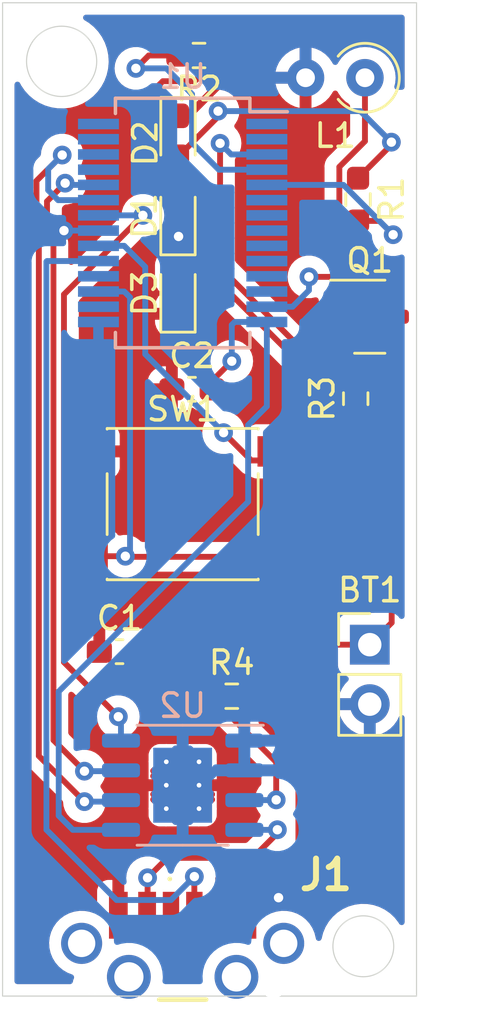
<source format=kicad_pcb>
(kicad_pcb (version 20211014) (generator pcbnew)
  (layers (0 "F.Cu" signal) (31 "B.Cu" signal) (34 "B.Paste" user) (35 "F.Paste" user) (36 "B.SilkS" user "B.Silkscreen") (37 "F.SilkS" user "F.Silkscreen") (38 "B.Mask" user) (39 "F.Mask" user) (44 "Edge.Cuts" user))
  (net 0 "")
  (net 1 "Net-(BT1-Pad1)")
  (net 2 "GND")
  (net 3 "Net-(C2-Pad2)")
  (net 4 "Net-(J1-PadA5)")
  (net 5 "Net-(J1-PadB9)")
  (net 10 "Net-(L1-Pad1)")
  (net 11 "Net-(Q1-Pad1)")
  (net 12 "Net-(R1-Pad2)")
  (net 13 "Net-(R2-Pad2)")
  (net 14 "Net-(R3-Pad2)")
  (net 15 "Net-(R4-Pad1)")
  (net 27 "Net-(U1-Pad23)")
  (net 28 "Net-(U1-Pad24)")
  (net 33 "Net-(D1-Pad2)")
  (net 34 "Net-(D2-Pad2)")
  (net 35 "Net-(D3-Pad2)")
  (net 36 "Net-(SW1-Pad2)")
  (net 37 "Net-(U1-Pad22)")
  (footprint "LED_SMD:LED_0603_1608Metric_Pad1.05x0.95mm_HandSolder" (layer "F.Cu") (at 128.8 89.3 -90)
    (fp_text reference "D2" (at 0.3 1.4 90) (layer "F.SilkS"))
    (fp_text value "LED")
    (fp_line (start -1.66 -0.735) (end -1.66 0.735) (layer "F.SilkS") (width 0.12))
    (fp_line (start 0.8 -0.735) (end -1.66 -0.735) (layer "F.SilkS") (width 0.12))
    (fp_line (start -1.66 0.735) (end 0.8 0.735) (layer "F.SilkS") (width 0.12))
    (pad "1" smd roundrect (at -0.875 0 270) (size 1.05 0.95) (layers "F.Cu" "F.Paste" "F.Mask") (net 2 "GND"))
    (pad "2" smd roundrect (at 0.875 0 270) (size 1.05 0.95) (layers "F.Cu" "F.Paste" "F.Mask") (net 34 "Net-(D2-Pad2)"))
  )
  (footprint "Resistor_SMD:R_0603_1608Metric_Pad0.98x0.95mm_HandSolder" (layer "F.Cu") (at 136.4 100.5 90)
    (fp_text reference "R3" (at 0 -1.43 90) (layer "F.SilkS"))
    (fp_text value "1 Kohm")
    (fp_line (start -0.254724 0.5225) (end 0.254724 0.5225) (layer "F.SilkS") (width 0.12))
    (fp_line (start -0.254724 -0.5225) (end 0.254724 -0.5225) (layer "F.SilkS") (width 0.12))
    (pad "1" smd roundrect (at -0.9125 0 90) (size 0.975 0.95) (layers "F.Cu" "F.Paste" "F.Mask") (net 35 "Net-(D3-Pad2)"))
    (pad "2" smd roundrect (at 0.9125 0 90) (size 0.975 0.95) (layers "F.Cu" "F.Paste" "F.Mask") (net 14 "Net-(R3-Pad2)"))
  )
  (footprint "Capacitor_SMD:C_0603_1608Metric_Pad1.08x0.95mm_HandSolder" (layer "F.Cu") (at 129.4 100.1)
    (fp_text reference "C2" (at 0 -1.43) (layer "F.SilkS"))
    (fp_text value "10uF")
    (fp_line (start -0.146267 0.51) (end 0.146267 0.51) (layer "F.SilkS") (width 0.12))
    (fp_line (start -0.146267 -0.51) (end 0.146267 -0.51) (layer "F.SilkS") (width 0.12))
    (pad "1" smd roundrect (at -0.8625 0) (size 1.075 0.95) (layers "F.Cu" "F.Paste" "F.Mask") (net 2 "GND"))
    (pad "2" smd roundrect (at 0.8625 0) (size 1.075 0.95) (layers "F.Cu" "F.Paste" "F.Mask") (net 3 "Net-(C2-Pad2)"))
  )
  (footprint "LED_SMD:LED_0603_1608Metric_Pad1.05x0.95mm_HandSolder" (layer "F.Cu") (at 128.8 92.7 90)
    (fp_text reference "D1" (at 0 -1.43 90) (layer "F.SilkS"))
    (fp_text value "LED")
    (fp_line (start -1.66 0.735) (end 0.8 0.735) (layer "F.SilkS") (width 0.12))
    (fp_line (start -1.66 -0.735) (end -1.66 0.735) (layer "F.SilkS") (width 0.12))
    (fp_line (start 0.8 -0.735) (end -1.66 -0.735) (layer "F.SilkS") (width 0.12))
    (pad "1" smd roundrect (at -0.875 0 90) (size 1.05 0.95) (layers "F.Cu" "F.Paste" "F.Mask") (net 2 "GND"))
    (pad "2" smd roundrect (at 0.875 0 90) (size 1.05 0.95) (layers "F.Cu" "F.Paste" "F.Mask") (net 33 "Net-(D1-Pad2)"))
  )
  (footprint "Resistor_SMD:R_0603_1608Metric_Pad0.98x0.95mm_HandSolder" (layer "F.Cu") (at 129.7 85.85 180)
    (fp_text reference "R2" (at 0 -1.43) (layer "F.SilkS"))
    (fp_text value "1 Kohm")
    (fp_line (start -0.254724 -0.5225) (end 0.254724 -0.5225) (layer "F.SilkS") (width 0.12))
    (fp_line (start -0.254724 0.5225) (end 0.254724 0.5225) (layer "F.SilkS") (width 0.12))
    (pad "1" smd roundrect (at -0.9125 0 180) (size 0.975 0.95) (layers "F.Cu" "F.Paste" "F.Mask") (net 33 "Net-(D1-Pad2)"))
    (pad "2" smd roundrect (at 0.9125 0 180) (size 0.975 0.95) (layers "F.Cu" "F.Paste" "F.Mask") (net 13 "Net-(R2-Pad2)"))
  )
  (footprint "Package_TO_SOT_SMD:SOT-23" (layer "F.Cu") (at 137 97)
    (fp_text reference "Q1" (at 0 -2.4) (layer "F.SilkS"))
    (fp_text value "N-FET")
    (fp_line (start 0 -1.56) (end -1.675 -1.56) (layer "F.SilkS") (width 0.12))
    (fp_line (start 0 1.56) (end -0.65 1.56) (layer "F.SilkS") (width 0.12))
    (fp_line (start 0 1.56) (end 0.65 1.56) (layer "F.SilkS") (width 0.12))
    (fp_line (start 0 -1.56) (end 0.65 -1.56) (layer "F.SilkS") (width 0.12))
    (pad "1" smd roundrect (at -0.9375 -0.95) (size 1.475 0.6) (layers "F.Cu" "F.Paste" "F.Mask") (net 11 "Net-(Q1-Pad1)"))
    (pad "2" smd roundrect (at -0.9375 0.95) (size 1.475 0.6) (layers "F.Cu" "F.Paste" "F.Mask") (net 10 "Net-(L1-Pad1)"))
    (pad "3" smd roundrect (at 0.9375 0) (size 1.475 0.6) (layers "F.Cu" "F.Paste" "F.Mask") (net 1 "Net-(BT1-Pad1)"))
  )
  (footprint "Connector_PinHeader_2.54mm:PinHeader_1x02_P2.54mm_Vertical" (layer "F.Cu") (at 137 111)
    (fp_text reference "BT1" (at 0 -2.33) (layer "F.SilkS"))
    (fp_text value "Battery_Cell")
    (fp_line (start 1.33 1.27) (end 1.33 3.87) (layer "F.SilkS") (width 0.12))
    (fp_line (start -1.33 1.27) (end 1.33 1.27) (layer "F.SilkS") (width 0.12))
    (fp_line (start -1.33 0) (end -1.33 -1.33) (layer "F.SilkS") (width 0.12))
    (fp_line (start -1.33 3.87) (end 1.33 3.87) (layer "F.SilkS") (width 0.12))
    (fp_line (start -1.33 -1.33) (end 0 -1.33) (layer "F.SilkS") (width 0.12))
    (fp_line (start -1.33 1.27) (end -1.33 3.87) (layer "F.SilkS") (width 0.12))
    (pad "1" thru_hole rect (at 0 0) (size 1.7 1.7) (drill 1) (layers *.Cu *.Mask) (net 1 "Net-(BT1-Pad1)"))
    (pad "2" thru_hole oval (at 0 2.54) (size 1.7 1.7) (drill 1) (layers *.Cu *.Mask) (net 2 "GND"))
  )
  (footprint "SamacSys:USB4140GF0070C" (layer "F.Cu") (at 129 124)
    (fp_text reference "J1" (at 6.125 -3.175) (layer "F.SilkS") (effects (font (size 1.27 1.27) (thickness 0.254))))
    (fp_text value "USB4140-GF-0070-C" hide)
    (fp_line (start -0.5 -3) (end -0.5 -3) (layer "F.SilkS") (width 0.1))
    (fp_line (start -0.6 -3) (end -0.6 -3) (layer "F.SilkS") (width 0.1))
    (fp_line (start -1 2.15) (end 1 2.15) (layer "F.SilkS") (width 0.2))
    (fp_arc (start -0.6 -3) (mid -0.55 -3.05) (end -0.5 -3) (layer "F.SilkS") (width 0.1))
    (fp_arc (start -0.5 -3) (mid -0.55 -2.95) (end -0.6 -3) (layer "F.SilkS") (width 0.1))
    (pad "" np_thru_hole circle locked (at -3.875 1.55) (size 0.65 0.65) (drill 0.65) (layers *.Cu *.Mask))
    (pad "" np_thru_hole circle locked (at 3.875 1.55) (size 1.07 1.07) (drill 1.07) (layers *.Cu *.Mask))
    (pad "A5" smd rect locked (at -0.5 -1.45) (size 0.7 2) (layers "F.Cu" "F.Paste" "F.Mask") (net 4 "Net-(J1-PadA5)"))
    (pad "A9" smd rect locked (at 1.52 -1.45) (size 0.76 2) (layers "F.Cu" "F.Paste" "F.Mask") (net 1 "Net-(BT1-Pad1)"))
    (pad "A12" smd rect locked (at 2.75 -1.45) (size 0.8 2) (layers "F.Cu" "F.Paste" "F.Mask") (net 2 "GND"))
    (pad "B5" smd rect locked (at 0.5 -1.45) (size 0.7 2) (layers "F.Cu" "F.Paste" "F.Mask") (net 4 "Net-(J1-PadA5)"))
    (pad "B9" smd rect locked (at -1.52 -1.45) (size 0.76 2) (layers "F.Cu" "F.Paste" "F.Mask") (net 5 "Net-(J1-PadB9)"))
    (pad "B12" smd rect locked (at -2.75 -1.45) (size 0.8 2) (layers "F.Cu" "F.Paste" "F.Mask") (net 2 "GND"))
    (pad "MH1" thru_hole circle locked (at -4.32 -0.25) (size 1.755 1.755) (drill 1.17) (layers *.Cu *.Mask))
    (pad "MH2" thru_hole circle locked (at 4.32 -0.25) (size 1.755 1.755) (drill 1.17) (layers *.Cu *.Mask))
    (pad "MH3" thru_hole circle locked (at -2.3 1.18) (size 1.875 1.875) (drill 1.25) (layers *.Cu *.Mask))
    (pad "MH4" thru_hole circle locked (at 2.3 1.18) (size 1.875 1.875) (drill 1.25) (layers *.Cu *.Mask))
  )
  (footprint "Capacitor_SMD:C_0603_1608Metric_Pad1.08x0.95mm_HandSolder" (layer "F.Cu") (at 126.3 111.3)
    (fp_text reference "C1" (at 0 -1.43) (layer "F.SilkS"))
    (fp_text value "10uF")
    (fp_line (start -0.146267 -0.51) (end 0.146267 -0.51) (layer "F.SilkS") (width 0.12))
    (fp_line (start -0.146267 0.51) (end 0.146267 0.51) (layer "F.SilkS") (width 0.12))
    (pad "1" smd roundrect (at -0.8625 0) (size 1.075 0.95) (layers "F.Cu" "F.Paste" "F.Mask") (net 2 "GND"))
    (pad "2" smd roundrect (at 0.8625 0) (size 1.075 0.95) (layers "F.Cu" "F.Paste" "F.Mask") (net 1 "Net-(BT1-Pad1)"))
  )
  (footprint "Resistor_SMD:R_0603_1608Metric_Pad0.98x0.95mm_HandSolder" (layer "F.Cu") (at 136.5 92 -90)
    (fp_text reference "R1" (at 0 -1.43 90) (layer "F.SilkS"))
    (fp_text value "1 Kohm")
    (fp_line (start -0.254724 0.5225) (end 0.254724 0.5225) (layer "F.SilkS") (width 0.12))
    (fp_line (start -0.254724 -0.5225) (end 0.254724 -0.5225) (layer "F.SilkS") (width 0.12))
    (pad "1" smd roundrect (at -0.9125 0 270) (size 0.975 0.95) (layers "F.Cu" "F.Paste" "F.Mask") (net 34 "Net-(D2-Pad2)"))
    (pad "2" smd roundrect (at 0.9125 0 270) (size 0.975 0.95) (layers "F.Cu" "F.Paste" "F.Mask") (net 12 "Net-(R1-Pad2)"))
  )
  (footprint "Inductor_THT:L_Axial_L6.6mm_D2.7mm_P2.54mm_Vertical_Vishay_IM-2" (layer "F.Cu") (at 136.795 86.8 180)
    (fp_text reference "L1" (at 1.27 -2.47) (layer "F.SilkS"))
    (fp_text value "2 Ohm")
    (fp_arc (start 1.146516 0.92) (mid -1.47 0) (end 1.146516 -0.92) (layer "F.SilkS") (width 0.12))
    (pad "1" thru_hole circle (at 0 0 180) (size 1.6 1.6) (drill 0.8) (layers *.Cu *.Mask) (net 10 "Net-(L1-Pad1)"))
    (pad "2" thru_hole oval (at 2.54 0 180) (size 1.6 1.6) (drill 0.8) (layers *.Cu *.Mask) (net 2 "GND"))
  )
  (footprint "Resistor_SMD:R_0603_1608Metric_Pad0.98x0.95mm_HandSolder" (layer "F.Cu") (at 131.1 113.2)
    (fp_text reference "R4" (at 0 -1.43) (layer "F.SilkS"))
    (fp_text value "2.8Kohm")
    (fp_line (start -0.254724 0.5225) (end 0.254724 0.5225) (layer "F.SilkS") (width 0.12))
    (fp_line (start -0.254724 -0.5225) (end 0.254724 -0.5225) (layer "F.SilkS") (width 0.12))
    (pad "1" smd roundrect (at -0.9125 0) (size 0.975 0.95) (layers "F.Cu" "F.Paste" "F.Mask") (net 15 "Net-(R4-Pad1)"))
    (pad "2" smd roundrect (at 0.9125 0) (size 0.975 0.95) (layers "F.Cu" "F.Paste" "F.Mask") (net 2 "GND"))
  )
  (footprint "LED_SMD:LED_0603_1608Metric_Pad1.05x0.95mm_HandSolder" (layer "F.Cu") (at 128.8 96 90)
    (fp_text reference "D3" (at 0 -1.43 90) (layer "F.SilkS"))
    (fp_text value "LED")
    (fp_line (start 0.8 -0.735) (end -1.66 -0.735) (layer "F.SilkS") (width 0.12))
    (fp_line (start -1.66 -0.735) (end -1.66 0.735) (layer "F.SilkS") (width 0.12))
    (fp_line (start -1.66 0.735) (end 0.8 0.735) (layer "F.SilkS") (width 0.12))
    (pad "1" smd roundrect (at -0.875 0 90) (size 1.05 0.95) (layers "F.Cu" "F.Paste" "F.Mask") (net 2 "GND"))
    (pad "2" smd roundrect (at 0.875 0 90) (size 1.05 0.95) (layers "F.Cu" "F.Paste" "F.Mask") (net 35 "Net-(D3-Pad2)"))
  )
  (footprint "Button_Switch_SMD:SW_Push_1P1T_NO_6x6mm_H9.5mm" (layer "F.Cu") (at 129 105)
    (fp_text reference "SW1" (at 0 -4.05) (layer "F.SilkS"))
    (fp_text value "btn")
    (fp_line (start -3.23 -1.3) (end -3.23 1.3) (layer "F.SilkS") (width 0.12))
    (fp_line (start 3.23 -3.23) (end 3.23 -3.2) (layer "F.SilkS") (width 0.12))
    (fp_line (start -3.23 -3.23) (end 3.23 -3.23) (layer "F.SilkS") (width 0.12))
    (fp_line (start 3.23 -1.3) (end 3.23 1.3) (layer "F.SilkS") (width 0.12))
    (fp_line (start -3.23 3.23) (end -3.23 3.2) (layer "F.SilkS") (width 0.12))
    (fp_line (start -3.23 -3.2) (end -3.23 -3.23) (layer "F.SilkS") (width 0.12))
    (fp_line (start 3.23 3.23) (end 3.23 3.2) (layer "F.SilkS") (width 0.12))
    (fp_line (start -3.23 3.23) (end 3.23 3.23) (layer "F.SilkS") (width 0.12))
    (pad "1" smd rect (at -3.975 -2.25) (size 1.55 1.3) (layers "F.Cu" "F.Paste" "F.Mask") (net 2 "GND"))
    (pad "1" smd rect (at 3.975 -2.25) (size 1.55 1.3) (layers "F.Cu" "F.Paste" "F.Mask") (net 2 "GND"))
    (pad "2" smd rect (at -3.975 2.25) (size 1.55 1.3) (layers "F.Cu" "F.Paste" "F.Mask") (net 36 "Net-(SW1-Pad2)"))
    (pad "2" smd rect (at 3.975 2.25) (size 1.55 1.3) (layers "F.Cu" "F.Paste" "F.Mask") (net 36 "Net-(SW1-Pad2)"))
  )
  (footprint "Package_SO:SSOP-28_5.3x10.2mm_P0.65mm" (layer "B.Cu") (at 129 93 180)
    (fp_text reference "U1" (at 0 6.25) (layer "B.SilkS") (effects (justify mirror)))
    (fp_text value "ATmega3208-X")
    (fp_line (start -2.875 4.75) (end -4.475 4.75) (layer "B.SilkS") (width 0.15))
    (fp_line (start -2.875 -5.325) (end 2.875 -5.325) (layer "B.SilkS") (width 0.15))
    (fp_line (start 2.875 5.325) (end 2.875 4.675) (layer "B.SilkS") (width 0.15))
    (fp_line (start -2.875 -5.325) (end -2.875 -4.675) (layer "B.SilkS") (width 0.15))
    (fp_line (start -2.875 5.325) (end -2.875 4.75) (layer "B.SilkS") (width 0.15))
    (fp_line (start 2.875 -5.325) (end 2.875 -4.675) (layer "B.SilkS") (width 0.15))
    (fp_line (start -2.875 5.325) (end 2.875 5.325) (layer "B.SilkS") (width 0.15))
    (pad "1" smd rect (at -3.6 4.225 180) (size 1.75 0.45) (layers "B.Cu" "B.Paste" "B.Mask"))
    (pad "2" smd rect (at -3.6 3.575 180) (size 1.75 0.45) (layers "B.Cu" "B.Paste" "B.Mask"))
    (pad "3" smd rect (at -3.6 2.925 180) (size 1.75 0.45) (layers "B.Cu" "B.Paste" "B.Mask") (net 14 "Net-(R3-Pad2)"))
    (pad "4" smd rect (at -3.6 2.275 180) (size 1.75 0.45) (layers "B.Cu" "B.Paste" "B.Mask") (net 13 "Net-(R2-Pad2)"))
    (pad "5" smd rect (at -3.6 1.625 180) (size 1.75 0.45) (layers "B.Cu" "B.Paste" "B.Mask") (net 12 "Net-(R1-Pad2)"))
    (pad "6" smd rect (at -3.6 0.975 180) (size 1.75 0.45) (layers "B.Cu" "B.Paste" "B.Mask"))
    (pad "7" smd rect (at -3.6 0.325 180) (size 1.75 0.45) (layers "B.Cu" "B.Paste" "B.Mask"))
    (pad "8" smd rect (at -3.6 -0.325 180) (size 1.75 0.45) (layers "B.Cu" "B.Paste" "B.Mask"))
    (pad "9" smd rect (at -3.6 -0.975 180) (size 1.75 0.45) (layers "B.Cu" "B.Paste" "B.Mask"))
    (pad "10" smd rect (at -3.6 -1.625 180) (size 1.75 0.45) (layers "B.Cu" "B.Paste" "B.Mask"))
    (pad "11" smd rect (at -3.6 -2.275 180) (size 1.75 0.45) (layers "B.Cu" "B.Paste" "B.Mask"))
    (pad "12" smd rect (at -3.6 -2.925 180) (size 1.75 0.45) (layers "B.Cu" "B.Paste" "B.Mask"))
    (pad "13" smd rect (at -3.6 -3.575 180) (size 1.75 0.45) (layers "B.Cu" "B.Paste" "B.Mask") (net 11 "Net-(Q1-Pad1)"))
    (pad "14" smd rect (at -3.6 -4.225 180) (size 1.75 0.45) (layers "B.Cu" "B.Paste" "B.Mask") (net 3 "Net-(C2-Pad2)"))
    (pad "15" smd rect (at 3.6 -4.225 180) (size 1.75 0.45) (layers "B.Cu" "B.Paste" "B.Mask") (net 2 "GND"))
    (pad "16" smd rect (at 3.6 -3.575 180) (size 1.75 0.45) (layers "B.Cu" "B.Paste" "B.Mask"))
    (pad "17" smd rect (at 3.6 -2.925 180) (size 1.75 0.45) (layers "B.Cu" "B.Paste" "B.Mask") (net 36 "Net-(SW1-Pad2)"))
    (pad "18" smd rect (at 3.6 -2.275 180) (size 1.75 0.45) (layers "B.Cu" "B.Paste" "B.Mask"))
    (pad "19" smd rect (at 3.6 -1.625 180) (size 1.75 0.45) (layers "B.Cu" "B.Paste" "B.Mask") (net 4 "Net-(J1-PadA5)"))
    (pad "20" smd rect (at 3.6 -0.975 180) (size 1.75 0.45) (layers "B.Cu" "B.Paste" "B.Mask") (net 1 "Net-(BT1-Pad1)"))
    (pad "21" smd rect (at 3.6 -0.325 180) (size 1.75 0.45) (layers "B.Cu" "B.Paste" "B.Mask") (net 2 "GND"))
    (pad "22" smd rect (at 3.6 0.325 180) (size 1.75 0.45) (layers "B.Cu" "B.Paste" "B.Mask") (net 37 "Net-(U1-Pad22)"))
    (pad "23" smd rect (at 3.6 0.975 180) (size 1.75 0.45) (layers "B.Cu" "B.Paste" "B.Mask") (net 27 "Net-(U1-Pad23)"))
    (pad "24" smd rect (at 3.6 1.625 180) (size 1.75 0.45) (layers "B.Cu" "B.Paste" "B.Mask") (net 28 "Net-(U1-Pad24)"))
    (pad "25" smd rect (at 3.6 2.275 180) (size 1.75 0.45) (layers "B.Cu" "B.Paste" "B.Mask"))
    (pad "26" smd rect (at 3.6 2.925 180) (size 1.75 0.45) (layers "B.Cu" "B.Paste" "B.Mask"))
    (pad "27" smd rect (at 3.6 3.575 180) (size 1.75 0.45) (layers "B.Cu" "B.Paste" "B.Mask"))
    (pad "28" smd rect (at 3.6 4.225 180) (size 1.75 0.45) (layers "B.Cu" "B.Paste" "B.Mask"))
  )
  (footprint "Package_SO:SOIC-8-1EP_3.9x4.9mm_P1.27mm_EP2.514x3.2mm_ThermalVias" (layer "B.Cu") (at 129 117 180)
    (fp_text reference "U2" (at 0 3.4) (layer "B.SilkS") (effects (justify mirror)))
    (fp_text value "TP4056")
    (fp_line (start 0 -2.56) (end -1.95 -2.56) (layer "B.SilkS") (width 0.12))
    (fp_line (start 0 2.56) (end -3.45 2.56) (layer "B.SilkS") (width 0.12))
    (fp_line (start 0 -2.56) (end 1.95 -2.56) (layer "B.SilkS") (width 0.12))
    (fp_line (start 0 2.56) (end 1.95 2.56) (layer "B.SilkS") (width 0.12))
    (pad "1" smd roundrect (at -2.6375 1.905 180) (size 1.625 0.6) (layers "B.Cu" "B.Paste" "B.Mask") (net 2 "GND"))
    (pad "2" smd roundrect (at -2.6375 0.635 180) (size 1.625 0.6) (layers "B.Cu" "B.Paste" "B.Mask") (net 2 "GND"))
    (pad "3" smd roundrect (at -2.6375 -0.635 180) (size 1.625 0.6) (layers "B.Cu" "B.Paste" "B.Mask") (net 15 "Net-(R4-Pad1)"))
    (pad "4" smd roundrect (at -2.6375 -1.905 180) (size 1.625 0.6) (layers "B.Cu" "B.Paste" "B.Mask") (net 5 "Net-(J1-PadB9)"))
    (pad "5" smd roundrect (at 2.6375 -1.905 180) (size 1.625 0.6) (layers "B.Cu" "B.Paste" "B.Mask") (net 3 "Net-(C2-Pad2)"))
    (pad "6" smd roundrect (at 2.6375 -0.635 180) (size 1.625 0.6) (layers "B.Cu" "B.Paste" "B.Mask") (net 27 "Net-(U1-Pad23)"))
    (pad "7" smd roundrect (at 2.6375 0.635 180) (size 1.625 0.6) (layers "B.Cu" "B.Paste" "B.Mask") (net 28 "Net-(U1-Pad24)"))
    (pad "8" smd roundrect (at 2.6375 1.905 180) (size 1.625 0.6) (layers "B.Cu" "B.Paste" "B.Mask") (net 37 "Net-(U1-Pad22)"))
    (pad "9" thru_hole circle (at -0.7 0 180) (size 0.5 0.5) (drill 0.2) (layers *.Cu) (net 2 "GND"))
    (pad "9" thru_hole circle (at 0.7 -1 180) (size 0.5 0.5) (drill 0.2) (layers *.Cu) (net 2 "GND"))
    (pad "9" smd rect (at 0 0 180) (size 1.9 2.5) (layers "F.Cu") (net 2 "GND"))
    (pad "9" thru_hole circle (at -0.7 -1 180) (size 0.5 0.5) (drill 0.2) (layers *.Cu) (net 2 "GND"))
    (pad "9" thru_hole circle (at -0.7 1 180) (size 0.5 0.5) (drill 0.2) (layers *.Cu) (net 2 "GND"))
    (pad "9" thru_hole circle (at 0.7 1 180) (size 0.5 0.5) (drill 0.2) (layers *.Cu) (net 2 "GND"))
    (pad "9" thru_hole circle (at 0.7 0 180) (size 0.5 0.5) (drill 0.2) (layers *.Cu) (net 2 "GND"))
    (pad "9" smd rect (at 0 0 180) (size 2.514 3.2) (layers "B.Cu" "B.Mask") (net 2 "GND"))
  )
  (gr_circle (center 136.725 123.875) (end 138.025 123.875) (layer "Edge.Cuts") (width 0.05) (fill none))
  (gr_circle (center 123.825 86.1) (end 125.325 86.1) (layer "Edge.Cuts") (width 0.05) (fill none))
  (gr_rect (start 121.3 83.6) (end 139 126) (layer "Edge.Cuts") (width 0.05) (fill none))
  (segment (start 133.4 120.7) (end 130.8 120.7) (width 0.25) (layer "F.Cu") (net 1))
  (segment (start 127.4625 111) (end 127.1625 111.3) (width 0.25) (layer "F.Cu") (net 1))
  (segment (start 137.925 103.125) (end 137.925 97.0125) (width 0.25) (layer "F.Cu") (net 1))
  (segment (start 130.75 101.95) (end 131.9375 103.1375) (width 0.25) (layer "F.Cu") (net 1))
  (segment (start 133.95 120.15) (end 133.4 120.7) (width 0.25) (layer "F.Cu") (net 1))
  (segment (start 134.8 111) (end 133.95 111.85) (width 0.25) (layer "F.Cu") (net 1))
  (segment (start 133.95 111.85) (end 133.95 120.15) (width 0.25) (layer "F.Cu") (net 1))
  (segment (start 134.8 111) (end 127.4625 111) (width 0.25) (layer "F.Cu") (net 1))
  (segment (start 137.9375 103.1375) (end 137.925 103.125) (width 0.25) (layer "F.Cu") (net 1))
  (segment (start 130.8 120.7) (end 130.52 120.98) (width 0.25) (layer "F.Cu") (net 1))
  (segment (start 137.9375 110.0625) (end 137.9375 103.1375) (width 0.25) (layer "F.Cu") (net 1))
  (segment (start 130.52 120.98) (end 130.52 122.55) (width 0.25) (layer "F.Cu") (net 1))
  (segment (start 137 111) (end 134.8 111) (width 0.25) (layer "F.Cu") (net 1))
  (segment (start 137 111) (end 137.9375 110.0625) (width 0.25) (layer "F.Cu") (net 1))
  (segment (start 137.925 97.0125) (end 137.9375 97) (width 0.25) (layer "F.Cu") (net 1))
  (segment (start 131.9375 103.1375) (end 137.9375 103.1375) (width 0.25) (layer "F.Cu") (net 1))
  (via (at 130.75 101.95) (size 0.8) (drill 0.4) (layers "F.Cu" "B.Cu") (net 1))
  (segment (start 127.4 94.875) (end 127.4 98.6) (width 0.25) (layer "B.Cu") (net 1))
  (segment (start 126.5 93.975) (end 127.4 94.875) (width 0.25) (layer "B.Cu") (net 1))
  (segment (start 127.4 98.6) (end 130.75 101.95) (width 0.25) (layer "B.Cu") (net 1))
  (segment (start 125.4 93.975) (end 126.5 93.975) (width 0.25) (layer "B.Cu") (net 1))
  (segment (start 130.75 101.95) (end 130.8 102) (width 0.25) (layer "B.Cu") (net 1))
  (segment (start 128.8 88.425) (end 129.289695 88.425) (width 0.25) (layer "F.Cu") (net 2))
  (segment (start 128.8 96.875) (end 125.825 96.875) (width 0.25) (layer "F.Cu") (net 2))
  (segment (start 130.914695 86.8) (end 134.255 86.8) (width 0.25) (layer "F.Cu") (net 2))
  (segment (start 125.825 96.875) (end 125.5 97.2) (width 0.25) (layer "F.Cu") (net 2))
  (segment (start 128.8 88.425) (end 129.175 88.425) (width 0.25) (layer "F.Cu") (net 2))
  (segment (start 129.175 88.425) (end 130.575 87.025) (width 0.25) (layer "F.Cu") (net 2))
  (segment (start 132.5 121.8) (end 131.75 122.55) (width 0.25) (layer "F.Cu") (net 2))
  (segment (start 129.289695 88.425) (end 130.914695 86.8) (width 0.25) (layer "F.Cu") (net 2))
  (segment (start 133.1 121.8) (end 132.5 121.8) (width 0.25) (layer "F.Cu") (net 2))
  (segment (start 125.1 102.3) (end 125.1 102.2) (width 0.25) (layer "F.Cu") (net 2))
  (via (at 128.825 93.575) (size 0.8) (drill 0.4) (layers "F.Cu" "B.Cu") (net 2))
  (via (at 123.925 93.325) (size 0.8) (drill 0.4) (layers "F.Cu" "B.Cu") (net 2))
  (via (at 133.1 121.8) (size 0.8) (drill 0.4) (layers "F.Cu" "B.Cu") (net 2))
  (segment (start 123.925 93.325) (end 125.4 93.325) (width 0.25) (layer "B.Cu") (net 2))
  (segment (start 130.2625 99.7375) (end 131.1 98.9) (width 0.25) (layer "F.Cu") (net 3))
  (segment (start 130.2625 100.1) (end 130.2625 99.7375) (width 0.25) (layer "F.Cu") (net 3))
  (via (at 131.1 98.9) (size 0.8) (drill 0.4) (layers "F.Cu" "B.Cu") (net 3))
  (segment (start 123.7 118.3) (end 123.7 113) (width 0.25) (layer "B.Cu") (net 3))
  (segment (start 131.225 97.225) (end 132.6 97.225) (width 0.25) (layer "B.Cu") (net 3))
  (segment (start 126.3625 118.905) (end 124.305 118.905) (width 0.25) (layer "B.Cu") (net 3))
  (segment (start 123.7 113) (end 131.8 104.9) (width 0.25) (layer "B.Cu") (net 3))
  (segment (start 132.6 100.825305) (end 132.6 97.225) (width 0.25) (layer "B.Cu") (net 3))
  (segment (start 124.305 118.905) (end 123.7 118.3) (width 0.25) (layer "B.Cu") (net 3))
  (segment (start 131.8 104.9) (end 131.8 101.625305) (width 0.25) (layer "B.Cu") (net 3))
  (segment (start 131.1 97.35) (end 131.225 97.225) (width 0.25) (layer "B.Cu") (net 3))
  (segment (start 131.8 101.625305) (end 132.6 100.825305) (width 0.25) (layer "B.Cu") (net 3))
  (segment (start 131.1 98.9) (end 131.1 97.35) (width 0.25) (layer "B.Cu") (net 3))
  (segment (start 129.5 120.9) (end 129.5 122.55) (width 0.25) (layer "F.Cu") (net 4))
  (segment (start 128.5 122.55) (end 129.5 122.55) (width 0.25) (layer "F.Cu") (net 4))
  (via (at 129.5 120.9) (size 0.8) (drill 0.4) (layers "F.Cu" "B.Cu") (net 4))
  (segment (start 123.175 118.9) (end 123.175 94.65) (width 0.25) (layer "B.Cu") (net 4))
  (segment (start 126.175 121.9) (end 123.175 118.9) (width 0.25) (layer "B.Cu") (net 4))
  (segment (start 128.5 121.9) (end 126.175 121.9) (width 0.25) (layer "B.Cu") (net 4))
  (segment (start 123.2 94.625) (end 125.4 94.625) (width 0.25) (layer "B.Cu") (net 4))
  (segment (start 123.175 94.65) (end 123.2 94.625) (width 0.25) (layer "B.Cu") (net 4))
  (segment (start 129.5 120.9) (end 128.5 121.9) (width 0.25) (layer "B.Cu") (net 4))
  (segment (start 128.350498 120.1) (end 127.5 120.950498) (width 0.25) (layer "F.Cu") (net 5))
  (segment (start 132 120.1) (end 128.350498 120.1) (width 0.25) (layer "F.Cu") (net 5))
  (segment (start 127.5 120.950498) (end 127.5 122.53) (width 0.25) (layer "F.Cu") (net 5))
  (segment (start 133.05 119.05) (end 132 120.1) (width 0.25) (layer "F.Cu") (net 5))
  (segment (start 133.05 118.9) (end 133.05 119.05) (width 0.25) (layer "F.Cu") (net 5))
  (segment (start 127.5 122.53) (end 127.48 122.55) (width 0.25) (layer "F.Cu") (net 5))
  (via (at 133.05 118.9) (size 0.8) (drill 0.4) (layers "F.Cu" "B.Cu") (net 5))
  (via (at 127.5 120.950498) (size 0.8) (drill 0.4) (layers "F.Cu" "B.Cu") (net 5))
  (segment (start 133.045 118.905) (end 131.6375 118.905) (width 0.25) (layer "B.Cu") (net 5))
  (segment (start 133.05 118.9) (end 133.045 118.905) (width 0.25) (layer "B.Cu") (net 5))
  (segment (start 136.795 89.509505) (end 136.795 86.8) (width 0.25) (layer "F.Cu") (net 10))
  (segment (start 137.6 95.921751) (end 137.6 95.4) (width 0.25) (layer "F.Cu") (net 10))
  (segment (start 137.6 95.4) (end 135.7 93.5) (width 0.25) (layer "F.Cu") (net 10))
  (segment (start 136.0625 97.95) (end 136.0625 97.459251) (width 0.25) (layer "F.Cu") (net 10))
  (segment (start 136.0625 97.459251) (end 137.6 95.921751) (width 0.25) (layer "F.Cu") (net 10))
  (segment (start 135.7 93.5) (end 135.7 90.604505) (width 0.25) (layer "F.Cu") (net 10))
  (segment (start 135.7 90.604505) (end 136.795 89.509505) (width 0.25) (layer "F.Cu") (net 10))
  (segment (start 134.4 95.3) (end 135.3125 95.3) (width 0.25) (layer "F.Cu") (net 11))
  (segment (start 135.3125 95.3) (end 136.0625 96.05) (width 0.25) (layer "F.Cu") (net 11))
  (via (at 134.4 95.3) (size 0.8) (drill 0.4) (layers "F.Cu" "B.Cu") (net 11))
  (segment (start 134.4 95.3) (end 134.4 95.875) (width 0.25) (layer "B.Cu") (net 11))
  (segment (start 133.7 96.575) (end 132.6 96.575) (width 0.25) (layer "B.Cu") (net 11))
  (segment (start 134.4 95.875) (end 133.7 96.575) (width 0.25) (layer "B.Cu") (net 11))
  (segment (start 136.5 92.9125) (end 137.4125 92.9125) (width 0.25) (layer "F.Cu") (net 12))
  (segment (start 137.4125 92.9125) (end 138 93.5) (width 0.25) (layer "F.Cu") (net 12))
  (via (at 138 93.5) (size 0.8) (drill 0.4) (layers "F.Cu" "B.Cu") (net 12))
  (segment (start 138 93.5) (end 135.875 91.375) (width 0.25) (layer "B.Cu") (net 12))
  (segment (start 135.875 91.375) (end 132.6 91.375) (width 0.25) (layer "B.Cu") (net 12))
  (segment (start 127 86.4) (end 127 86.2125) (width 0.25) (layer "F.Cu") (net 13))
  (segment (start 128.7875 85.85) (end 127.55 85.85) (width 0.25) (layer "F.Cu") (net 13))
  (segment (start 127.55 85.85) (end 127 86.4) (width 0.25) (layer "F.Cu") (net 13))
  (via (at 127 86.4) (size 0.8) (drill 0.4) (layers "F.Cu" "B.Cu") (net 13))
  (segment (start 130.546444 90.725) (end 129.4 89.578556) (width 0.25) (layer "B.Cu") (net 13))
  (segment (start 132.6 90.725) (end 130.546444 90.725) (width 0.25) (layer "B.Cu") (net 13))
  (segment (start 129.4 87.5) (end 128.3 86.4) (width 0.25) (layer "B.Cu") (net 13))
  (segment (start 129.4 89.578556) (end 129.4 87.5) (width 0.25) (layer "B.Cu") (net 13))
  (segment (start 128.3 86.4) (end 127 86.4) (width 0.25) (layer "B.Cu") (net 13))
  (segment (start 130.6 94.9) (end 130.6 89.6) (width 0.25) (layer "F.Cu") (net 14))
  (segment (start 135.2875 99.5875) (end 136.4 99.5875) (width 0.25) (layer "F.Cu") (net 14))
  (segment (start 130.6 94.9) (end 135.2875 99.5875) (width 0.25) (layer "F.Cu") (net 14))
  (via (at 130.6 89.6) (size 0.8) (drill 0.4) (layers "F.Cu" "B.Cu") (net 14))
  (segment (start 131.075 90.075) (end 132.6 90.075) (width 0.25) (layer "B.Cu") (net 14))
  (segment (start 130.6 89.6) (end 131.075 90.075) (width 0.25) (layer "B.Cu") (net 14))
  (segment (start 133 117.625) (end 133 116.0125) (width 0.25) (layer "F.Cu") (net 15))
  (segment (start 133 116.0125) (end 130.1875 113.2) (width 0.25) (layer "F.Cu") (net 15))
  (via (at 133 117.625) (size 0.8) (drill 0.4) (layers "F.Cu" "B.Cu") (net 15))
  (segment (start 132.99 117.635) (end 131.6375 117.635) (width 0.25) (layer "B.Cu") (net 15))
  (segment (start 133 117.625) (end 132.99 117.635) (width 0.25) (layer "B.Cu") (net 15))
  (segment (start 122.85 115.75) (end 122.85 93.911701) (width 0.25) (layer "F.Cu") (net 27))
  (segment (start 122.85 93.911701) (end 122.75 93.811701) (width 0.25) (layer "F.Cu") (net 27))
  (segment (start 124.8 117.7) (end 122.85 115.75) (width 0.25) (layer "F.Cu") (net 27))
  (segment (start 122.75 93.811701) (end 122.75 91.2) (width 0.25) (layer "F.Cu") (net 27))
  (segment (start 122.75 91.2) (end 123.85 90.1) (width 0.25) (layer "F.Cu") (net 27))
  (via (at 124.8 117.7) (size 0.8) (drill 0.4) (layers "F.Cu" "B.Cu") (net 27))
  (via (at 123.85 90.1) (size 0.8) (drill 0.4) (layers "F.Cu" "B.Cu") (net 27))
  (segment (start 123.25 91.600805) (end 123.674195 92.025) (width 0.25) (layer "B.Cu") (net 27))
  (segment (start 126.2975 117.7) (end 126.3625 117.635) (width 0.25) (layer "B.Cu") (net 27))
  (segment (start 123.25 90.7) (end 123.25 91.600805) (width 0.25) (layer "B.Cu") (net 27))
  (segment (start 124.8 117.7) (end 126.2975 117.7) (width 0.25) (layer "B.Cu") (net 27))
  (segment (start 123.674195 92.025) (end 125.4 92.025) (width 0.25) (layer "B.Cu") (net 27))
  (segment (start 123.85 90.1) (end 123.25 90.7) (width 0.25) (layer "B.Cu") (net 27))
  (segment (start 123.975 91.3005) (end 123.2 92.0755) (width 0.25) (layer "F.Cu") (net 28))
  (segment (start 123.2 92.0755) (end 123.2 93.625305) (width 0.25) (layer "F.Cu") (net 28))
  (segment (start 123.475 93.900305) (end 123.475 115.075) (width 0.25) (layer "F.Cu") (net 28))
  (segment (start 123.2 93.625305) (end 123.475 93.900305) (width 0.25) (layer "F.Cu") (net 28))
  (segment (start 123.475 115.075) (end 124.8 116.4) (width 0.25) (layer "F.Cu") (net 28))
  (via (at 124.8 116.4) (size 0.8) (drill 0.4) (layers "F.Cu" "B.Cu") (net 28))
  (via (at 123.975 91.3005) (size 0.8) (drill 0.4) (layers "F.Cu" "B.Cu") (net 28))
  (segment (start 124.0495 91.375) (end 125.4 91.375) (width 0.25) (layer "B.Cu") (net 28))
  (segment (start 124.8 116.4) (end 126.3275 116.4) (width 0.25) (layer "B.Cu") (net 28))
  (segment (start 126.3275 116.4) (end 126.3625 116.365) (width 0.25) (layer "B.Cu") (net 28))
  (segment (start 123.975 91.3005) (end 124.0495 91.375) (width 0.25) (layer "B.Cu") (net 28))
  (segment (start 127.525 91.5) (end 127.85 91.825) (width 0.25) (layer "F.Cu") (net 33))
  (segment (start 129.5125 86.95) (end 128.15 86.95) (width 0.25) (layer "F.Cu") (net 33))
  (segment (start 130.6125 85.85) (end 129.5125 86.95) (width 0.25) (layer "F.Cu") (net 33))
  (segment (start 127.85 91.825) (end 128.8 91.825) (width 0.25) (layer "F.Cu") (net 33))
  (segment (start 128.15 86.95) (end 127.525 87.575) (width 0.25) (layer "F.Cu") (net 33))
  (segment (start 127.525 87.575) (end 127.525 91.5) (width 0.25) (layer "F.Cu") (net 33))
  (segment (start 128.8 91.825) (end 128.8 91.495495) (width 0.25) (layer "F.Cu") (net 33))
  (segment (start 130.515 88.225) (end 130.515 88.46) (width 0.25) (layer "F.Cu") (net 34))
  (segment (start 137.925 89.55) (end 137.925 89.6625) (width 0.25) (layer "F.Cu") (net 34))
  (segment (start 137.925 89.6625) (end 136.5 91.0875) (width 0.25) (layer "F.Cu") (net 34))
  (segment (start 130.515 88.46) (end 128.8 90.175) (width 0.25) (layer "F.Cu") (net 34))
  (via (at 137.925 89.55) (size 0.8) (drill 0.4) (layers "F.Cu" "B.Cu") (net 34))
  (via (at 130.515 88.225) (size 0.8) (drill 0.4) (layers "F.Cu" "B.Cu") (net 34))
  (segment (start 137.925 89.55) (end 136.6 88.225) (width 0.25) (layer "B.Cu") (net 34))
  (segment (start 136.6 88.225) (end 130.515 88.225) (width 0.25) (layer "B.Cu") (net 34))
  (segment (start 136.4 101.375) (end 129.845 94.82) (width 0.25) (layer "F.Cu") (net 35))
  (segment (start 129.845 94.82) (end 129 94.82) (width 0.25) (layer "F.Cu") (net 35))
  (segment (start 136.4 101.4125) (end 136.4 101.375) (width 0.25) (layer "F.Cu") (net 35))
  (segment (start 126.55 107.225) (end 125.05 107.225) (width 0.25) (layer "F.Cu") (net 36))
  (segment (start 126.575 107.25) (end 132.975 107.25) (width 0.25) (layer "F.Cu") (net 36))
  (segment (start 125.05 107.225) (end 125.025 107.25) (width 0.25) (layer "F.Cu") (net 36))
  (segment (start 126.55 107.225) (end 126.575 107.25) (width 0.25) (layer "F.Cu") (net 36))
  (via (at 126.55 107.225) (size 0.8) (drill 0.4) (layers "F.Cu" "B.Cu") (net 36))
  (segment (start 126.5 95.925) (end 125.4 95.925) (width 0.25) (layer "B.Cu") (net 36))
  (segment (start 126.75 96.175) (end 126.5 95.925) (width 0.25) (layer "B.Cu") (net 36))
  (segment (start 126.55 107.225) (end 126.75 107.025) (width 0.25) (layer "B.Cu") (net 36))
  (segment (start 126.75 107.025) (end 126.75 96.175) (width 0.25) (layer "B.Cu") (net 36))
  (segment (start 127.3 92.675) (end 123.925 96.05) (width 0.25) (layer "F.Cu") (net 37))
  (segment (start 123.925 111.75) (end 126.25 114.075) (width 0.25) (layer "F.Cu") (net 37))
  (segment (start 123.925 96.05) (end 123.925 111.75) (width 0.25) (layer "F.Cu") (net 37))
  (via (at 126.25 114.075) (size 0.8) (drill 0.4) (layers "F.Cu" "B.Cu") (net 37))
  (via (at 127.3 92.675) (size 0.8) (drill 0.4) (layers "F.Cu" "B.Cu") (net 37))
  (segment (start 126.3625 114.1875) (end 126.25 114.075) (width 0.25) (layer "B.Cu") (net 37))
  (segment (start 127.3 92.675) (end 125.4 92.675) (width 0.25) (layer "B.Cu") (net 37))
  (segment (start 126.3625 115.095) (end 126.3625 114.1875) (width 0.25) (layer "B.Cu") (net 37))
  (zone (net 2) (net_name "GND") (layer "F.Cu") (connect_pads (clearance 0.508)) (min_thickness 0.254) (fill yes (thermal_gap 0.508) (thermal_bridge_width 0.508))
    (polygon (pts (xy 138.9 126) (xy 121.2 126.1) (xy 121.2 83.5) (xy 138.9 83.5)))
  )
  (zone (net 2) (net_name "GND") (layer "B.Cu") (connect_pads (clearance 0.508)) (min_thickness 0.254) (fill yes (thermal_gap 0.508) (thermal_bridge_width 0.508))
    (polygon (pts (xy 139 126) (xy 121.289735 125.997194) (xy 121.189735 83.597194) (xy 139 83.5)))
  )
)
</source>
